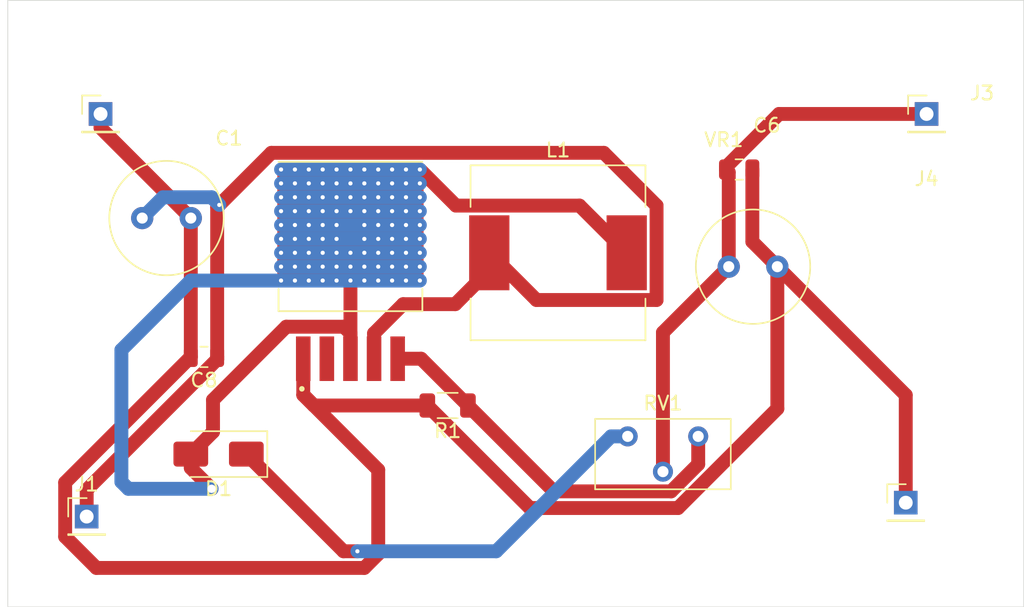
<source format=kicad_pcb>
(kicad_pcb (version 20240108) (generator "pcbnew") (generator_version "8.0")
  (layers (0 "F.Cu" signal) (31 "B.Cu" signal) (34 "B.Paste" user) (35 "F.Paste" user) (36 "B.SilkS" user "B.Silkscreen") (37 "F.SilkS" user "F.Silkscreen") (38 "B.Mask" user) (39 "F.Mask" user) (44 "Edge.Cuts" user))
  (net 0 "")
  (net 1 "GND")
  (net 2 "Net-(J1-Pin_1)")
  (net 3 "Net-(J3-Pin_1)")
  (net 4 "Net-(D1-A)")
  (net 5 "Net-(D1-K)")
  (net 6 "Net-(VR1-FB)")
  (footprint "Connector_PinHeader_2.54mm:PinHeader_1x01_P2.54mm_Vertical" (layer "F.Cu") (at 195.5 95)
    (property "Reference" "J3" (at 4 -1.5 0) (layer "F.SilkS"))
    (property "Value" "Conn_01x01_Pin")
    (fp_line (start -1.33 -1.33) (end 0 -1.33) (stroke (width 0.12)) (layer "F.SilkS"))
    (fp_line (start -1.33 0) (end -1.33 -1.33) (stroke (width 0.12)) (layer "F.SilkS"))
    (fp_line (start -1.33 1.27) (end -1.33 1.33) (stroke (width 0.12)) (layer "F.SilkS"))
    (fp_line (start -1.33 1.27) (end 1.33 1.27) (stroke (width 0.12)) (layer "F.SilkS"))
    (fp_line (start -1.33 1.33) (end 1.33 1.33) (stroke (width 0.12)) (layer "F.SilkS"))
    (fp_line (start 1.33 1.27) (end 1.33 1.33) (stroke (width 0.12)) (layer "F.SilkS"))
    (pad "1" thru_hole rect (at 0 0) (size 1.7 1.7) (drill 1) (layers "*.Cu" "*.Mask") (net 3 "Net-(J3-Pin_1)"))
  )
  (footprint "Connector_PinHeader_2.54mm:PinHeader_1x01_P2.54mm_Vertical" (layer "F.Cu") (at 135 124)
    (property "Reference" "J1" (at 0 -2.33 0) (layer "F.SilkS"))
    (property "Value" "Conn_01x01_Pin")
    (fp_line (start -1.33 -1.33) (end 0 -1.33) (stroke (width 0.12)) (layer "F.SilkS"))
    (fp_line (start -1.33 0) (end -1.33 -1.33) (stroke (width 0.12)) (layer "F.SilkS"))
    (fp_line (start -1.33 1.27) (end -1.33 1.33) (stroke (width 0.12)) (layer "F.SilkS"))
    (fp_line (start -1.33 1.27) (end 1.33 1.27) (stroke (width 0.12)) (layer "F.SilkS"))
    (fp_line (start -1.33 1.33) (end 1.33 1.33) (stroke (width 0.12)) (layer "F.SilkS"))
    (fp_line (start 1.33 1.27) (end 1.33 1.33) (stroke (width 0.12)) (layer "F.SilkS"))
    (pad "1" thru_hole rect (at 0 0) (size 1.7 1.7) (drill 1) (layers "*.Cu" "*.Mask") (net 2 "Net-(J1-Pin_1)"))
  )
  (footprint "Capacitor_THT:C_Radial_D8.0mm_H7.0mm_P3.50mm" (layer "F.Cu") (at 139 102.5)
    (property "Reference" "C1" (at 6.25 -5.75 0) (layer "F.SilkS"))
    (property "Value" "47uF/50V")
    (fp_circle (center 1.75 0) (end 5.87 0) (stroke (width 0.12)) (fill none) (layer "F.SilkS"))
    (pad "1" thru_hole circle (at 0 0) (size 1.6 1.6) (drill 0.8) (layers "*.Cu" "*.Mask") (net 2 "Net-(J1-Pin_1)"))
    (pad "2" thru_hole circle (at 3.5 0) (size 1.6 1.6) (drill 0.8) (layers "*.Cu" "*.Mask") (net 1 "GND"))
  )
  (footprint "Resistor_SMD:R_1206_3216Metric" (layer "F.Cu") (at 161 116 180)
    (property "Reference" "R1" (at 0 -1.82 360) (layer "F.SilkS"))
    (property "Value" "1K")
    (fp_line (start -0.727064 0.91) (end 0.727064 0.91) (stroke (width 0.12)) (layer "F.SilkS"))
    (fp_line (start -0.727064 -0.91) (end 0.727064 -0.91) (stroke (width 0.12)) (layer "F.SilkS"))
    (pad "1" smd roundrect (at -1.4625 0 180) (size 1.125 1.75) (layers "F.Cu" "F.Paste" "F.Mask") (roundrect_rratio 0.222222) (net 6 "Net-(VR1-FB)"))
    (pad "2" smd roundrect (at 1.4625 0 180) (size 1.125 1.75) (layers "F.Cu" "F.Paste" "F.Mask") (roundrect_rratio 0.222222) (net 1 "GND"))
  )
  (footprint "Capacitor_SMD:C_0805_2012Metric" (layer "F.Cu") (at 182 99)
    (property "Reference" "C6" (at 2 -3.18 360) (layer "F.SilkS"))
    (property "Value" "1uF")
    (fp_line (start -0.261252 -0.735) (end 0.261252 -0.735) (stroke (width 0.12)) (layer "F.SilkS"))
    (fp_line (start -0.261252 0.735) (end 0.261252 0.735) (stroke (width 0.12)) (layer "F.SilkS"))
    (pad "1" smd roundrect (at -0.95 0) (size 1 1.45) (layers "F.Cu" "F.Paste" "F.Mask") (net 3 "Net-(J3-Pin_1)"))
    (pad "2" smd roundrect (at 0.95 0) (size 1 1.45) (layers "F.Cu" "F.Paste" "F.Mask") (net 1 "GND"))
  )
  (footprint "Capacitor_THT:C_Radial_D8.0mm_H7.0mm_P3.50mm" (layer "F.Cu") (at 181.25 106)
    (property "Reference" "C7" (hide yes))
    (property "Value" "220uF/50V")
    (fp_circle (center 1.75 0) (end 5.87 0) (stroke (width 0.12)) (fill none) (layer "F.SilkS"))
    (pad "1" thru_hole circle (at 0 0) (size 1.6 1.6) (drill 0.8) (layers "*.Cu" "*.Mask") (net 3 "Net-(J3-Pin_1)"))
    (pad "2" thru_hole circle (at 3.5 0) (size 1.6 1.6) (drill 0.8) (layers "*.Cu" "*.Mask") (net 1 "GND"))
  )
  (footprint "Capacitor_SMD:C_0805_2012Metric" (layer "F.Cu") (at 143.45 112.5 180)
    (property "Reference" "C8" (at 0 -1.68 360) (layer "F.SilkS"))
    (property "Value" "1uF")
    (fp_line (start -0.261252 0.735) (end 0.261252 0.735) (stroke (width 0.12)) (layer "F.SilkS"))
    (fp_line (start -0.261252 -0.735) (end 0.261252 -0.735) (stroke (width 0.12)) (layer "F.SilkS"))
    (pad "1" smd roundrect (at -0.95 0 180) (size 1 1.45) (layers "F.Cu" "F.Paste" "F.Mask") (net 2 "Net-(J1-Pin_1)"))
    (pad "2" smd roundrect (at 0.95 0 180) (size 1 1.45) (layers "F.Cu" "F.Paste" "F.Mask") (net 1 "GND"))
  )
  (footprint "XL6009:DPAK170P1435X465-6N" (layer "F.Cu") (at 154 106.5 90)
    (property "Reference" "VR1" (at 9.64 26.895 180) (layer "F.SilkS"))
    (property "Value" "XL6009")
    (fp_line (start 8.05 -5.18) (end 8.05 5.18) (stroke (width 0.127)) (layer "F.SilkS"))
    (fp_line (start -1.1 -5.18) (end -2.705 -5.18) (stroke (width 0.127)) (layer "F.SilkS"))
    (fp_line (start -2.705 -5.18) (end -2.705 5.18) (stroke (width 0.127)) (layer "F.SilkS"))
    (fp_line (start -1.1 5.18) (end -2.705 5.18) (stroke (width 0.127)) (layer "F.SilkS"))
    (fp_circle (center -8.3 -3.5) (end -8.2 -3.5) (stroke (width 0.2)) (fill none) (layer "F.SilkS"))
    (pad "1" smd rect (at -6.13 -3.4 90) (size 3.21 1.05) (layers "F.Cu" "F.Paste" "F.Mask") (net 1 "GND"))
    (pad "2" smd rect (at -6.13 -1.7 90) (size 3.21 1.05) (layers "F.Cu" "F.Paste" "F.Mask"))
    (pad "3" smd rect (at -6.13 0 90) (size 3.21 1.05) (layers "F.Cu" "F.Paste" "F.Mask") (net 4 "Net-(D1-A)"))
    (pad "4" smd rect (at -6.13 1.7 90) (size 3.21 1.05) (layers "F.Cu" "F.Paste" "F.Mask") (net 2 "Net-(J1-Pin_1)"))
    (pad "5" smd rect (at -6.13 3.4 90) (size 3.21 1.05) (layers "F.Cu" "F.Paste" "F.Mask") (net 6 "Net-(VR1-FB)"))
    (pad "6" smd rect (at 3.5 0 90) (size 8.46 10.53) (layers "F.Cu" "F.Mask") (net 4 "Net-(D1-A)"))
  )
  (footprint "Potentiometer_THT:Potentiometer_Bourns_3296Y_Vertical" (layer "F.Cu") (at 179.05 118.225)
    (property "Reference" "RV1" (at -2.54 -2.39 0) (layer "F.SilkS"))
    (property "Value" "50K")
    (fp_line (start -7.425 -1.26) (end -7.425 3.81) (stroke (width 0.12)) (layer "F.SilkS"))
    (fp_line (start -7.425 -1.26) (end 2.345 -1.26) (stroke (width 0.12)) (layer "F.SilkS"))
    (fp_line (start -7.425 3.81) (end 2.345 3.81) (stroke (width 0.12)) (layer "F.SilkS"))
    (fp_line (start 2.345 -1.26) (end 2.345 3.81) (stroke (width 0.12)) (layer "F.SilkS"))
    (pad "1" thru_hole circle (at 0 0) (size 1.44 1.44) (drill 0.8) (layers "*.Cu" "*.Mask") (net 6 "Net-(VR1-FB)"))
    (pad "2" thru_hole circle (at -2.54 2.54) (size 1.44 1.44) (drill 0.8) (layers "*.Cu" "*.Mask") (net 3 "Net-(J3-Pin_1)"))
    (pad "3" thru_hole circle (at -5.08 0) (size 1.44 1.44) (drill 0.8) (layers "*.Cu" "*.Mask") (net 5 "Net-(D1-K)"))
  )
  (footprint "Connector_PinHeader_2.54mm:PinHeader_1x01_P2.54mm_Vertical" (layer "F.Cu") (at 194 123)
    (property "Reference" "J4" (at 1.5 -23.33 0) (layer "F.SilkS"))
    (property "Value" "Conn_01x01_Pin")
    (fp_line (start -1.33 -1.33) (end 0 -1.33) (stroke (width 0.12)) (layer "F.SilkS"))
    (fp_line (start -1.33 0) (end -1.33 -1.33) (stroke (width 0.12)) (layer "F.SilkS"))
    (fp_line (start -1.33 1.27) (end -1.33 1.33) (stroke (width 0.12)) (layer "F.SilkS"))
    (fp_line (start -1.33 1.27) (end 1.33 1.27) (stroke (width 0.12)) (layer "F.SilkS"))
    (fp_line (start -1.33 1.33) (end 1.33 1.33) (stroke (width 0.12)) (layer "F.SilkS"))
    (fp_line (start 1.33 1.27) (end 1.33 1.33) (stroke (width 0.12)) (layer "F.SilkS"))
    (pad "1" thru_hole rect (at 0 0) (size 1.7 1.7) (drill 1) (layers "*.Cu" "*.Mask") (net 1 "GND"))
  )
  (footprint "Inductor_SMD:L_12x12mm_H8mm" (layer "F.Cu") (at 168.95 105)
    (property "Reference" "L1" (at 0 -7.4 0) (layer "F.SilkS"))
    (property "Value" "33uH")
    (fp_line (start -6.3 -6.3) (end 6.3 -6.3) (stroke (width 0.12)) (layer "F.SilkS"))
    (fp_line (start -6.3 -3.3) (end -6.3 -6.3) (stroke (width 0.12)) (layer "F.SilkS"))
    (fp_line (start -6.3 6.3) (end -6.3 3.3) (stroke (width 0.12)) (layer "F.SilkS"))
    (fp_line (start 6.3 -6.3) (end 6.3 -3.3) (stroke (width 0.12)) (layer "F.SilkS"))
    (fp_line (start 6.3 3.3) (end 6.3 6.3) (stroke (width 0.12)) (layer "F.SilkS"))
    (fp_line (start 6.3 6.3) (end -6.3 6.3) (stroke (width 0.12)) (layer "F.SilkS"))
    (pad "1" smd rect (at -4.95 0) (size 2.9 5.4) (layers "F.Cu" "F.Paste" "F.Mask") (net 2 "Net-(J1-Pin_1)"))
    (pad "2" smd rect (at 4.95 0) (size 2.9 5.4) (layers "F.Cu" "F.Paste" "F.Mask") (net 4 "Net-(D1-A)"))
  )
  (footprint "Diode_SMD:D_SMA" (layer "F.Cu") (at 144.5 119.5 180)
    (property "Reference" "D1" (at 0 -2.5 360) (layer "F.SilkS"))
    (property "Value" "SS34")
    (fp_line (start -3.51 1.65) (end 2 1.65) (stroke (width 0.12)) (layer "F.SilkS"))
    (fp_line (start -3.51 -1.65) (end 2 -1.65) (stroke (width 0.12)) (layer "F.SilkS"))
    (fp_line (start -3.51 -1.65) (end -3.51 1.65) (stroke (width 0.12)) (layer "F.SilkS"))
    (pad "1" smd roundrect (at -2 0 180) (size 2.5 1.8) (layers "F.Cu" "F.Paste" "F.Mask") (roundrect_rratio 0.1388888889) (net 5 "Net-(D1-K)"))
    (pad "2" smd roundrect (at 2 0 180) (size 2.5 1.8) (layers "F.Cu" "F.Paste" "F.Mask") (roundrect_rratio 0.1388888889) (net 4 "Net-(D1-A)"))
  )
  (footprint "Connector_PinHeader_2.54mm:PinHeader_1x01_P2.54mm_Vertical" (layer "F.Cu") (at 136 95)
    (property "Reference" "J2" (hide yes))
    (property "Value" "Conn_01x01_Pin")
    (fp_line (start -1.33 -1.33) (end 0 -1.33) (stroke (width 0.12)) (layer "F.SilkS"))
    (fp_line (start -1.33 0) (end -1.33 -1.33) (stroke (width 0.12)) (layer "F.SilkS"))
    (fp_line (start -1.33 1.27) (end -1.33 1.33) (stroke (width 0.12)) (layer "F.SilkS"))
    (fp_line (start -1.33 1.27) (end 1.33 1.27) (stroke (width 0.12)) (layer "F.SilkS"))
    (fp_line (start -1.33 1.33) (end 1.33 1.33) (stroke (width 0.12)) (layer "F.SilkS"))
    (fp_line (start 1.33 1.27) (end 1.33 1.33) (stroke (width 0.12)) (layer "F.SilkS"))
    (pad "1" thru_hole rect (at 0 0) (size 1.7 1.7) (drill 1) (layers "*.Cu" "*.Mask") (net 1 "GND"))
  )
  (gr_rect (start 129.315541 86.815541) (end 202.5 130.5) (stroke (width 0.05)) (fill none) (layer "Edge.Cuts"))
  (segment (start 182.95 104.2) (end 184.75 106) (width 1) (layer "F.Cu") (net 1))
  (segment (start 156 126.697056) (end 156 120.635) (width 1) (layer "F.Cu") (net 1))
  (segment (start 159.5375 116) (end 166.9225 123.385) (width 1) (layer "F.Cu") (net 1))
  (segment (start 154.997056 127.7) (end 156 126.697056) (width 1) (layer "F.Cu") (net 1))
  (segment (start 136 96) (end 142.5 102.5) (width 1) (layer "F.Cu") (net 1))
  (segment (start 150.6 115.235) (end 150.6 112.63) (width 1) (layer "F.Cu") (net 1))
  (segment (start 151.365 116) (end 150.6 115.235) (width 1) (layer "F.Cu") (net 1))
  (segment (start 135.7 127.7) (end 154.997056 127.7) (width 1) (layer "F.Cu") (net 1))
  (segment (start 133.45 121.55) (end 133.45 125.45) (width 1) (layer "F.Cu") (net 1))
  (segment (start 156 120.635) (end 150.6 115.235) (width 1) (layer "F.Cu") (net 1))
  (segment (start 136 95) (end 136 96) (width 1) (layer "F.Cu") (net 1))
  (segment (start 182.95 99) (end 182.95 104.2) (width 1) (layer "F.Cu") (net 1))
  (segment (start 142.5 112.5) (end 133.45 121.55) (width 1) (layer "F.Cu") (net 1))
  (segment (start 166.9225 123.385) (end 177.59524 123.385) (width 1) (layer "F.Cu") (net 1))
  (segment (start 184.75 116.23024) (end 184.75 106) (width 1) (layer "F.Cu") (net 1))
  (segment (start 194 115.25) (end 184.75 106) (width 1) (layer "F.Cu") (net 1))
  (segment (start 177.59524 123.385) (end 184.75 116.23024) (width 1) (layer "F.Cu") (net 1))
  (segment (start 142.5 102.5) (end 142.5 112.5) (width 1) (layer "F.Cu") (net 1))
  (segment (start 133.45 125.45) (end 135.7 127.7) (width 1) (layer "F.Cu") (net 1))
  (segment (start 194 123) (end 194 115.25) (width 1) (layer "F.Cu") (net 1))
  (segment (start 159.5375 116) (end 151.365 116) (width 1) (layer "F.Cu") (net 1))
  (segment (start 176.05 101.6) (end 176.05 108.4) (width 1) (layer "F.Cu") (net 2))
  (segment (start 144.4 112.5) (end 144.4 112.67543) (width 1) (layer "F.Cu") (net 2))
  (segment (start 157.8 108.7) (end 155.7 110.8) (width 1) (layer "F.Cu") (net 2))
  (segment (start 164 106.25) (end 161.55 108.7) (width 1) (layer "F.Cu") (net 2))
  (segment (start 148.305 97.8) (end 172.25 97.8) (width 1) (layer "F.Cu") (net 2))
  (segment (start 144.4 112.67543) (end 135 122.07543) (width 1) (layer "F.Cu") (net 2))
  (segment (start 161.55 108.7) (end 157.8 108.7) (width 1) (layer "F.Cu") (net 2))
  (segment (start 144.5525 101.5525) (end 148.305 97.8) (width 1) (layer "F.Cu") (net 2))
  (segment (start 167.4 108.4) (end 164 105) (width 1) (layer "F.Cu") (net 2))
  (segment (start 144.4 112.5) (end 144.4 101.705) (width 1) (layer "F.Cu") (net 2))
  (segment (start 176.05 108.4) (end 167.4 108.4) (width 1) (layer "F.Cu") (net 2))
  (segment (start 164 105) (end 164 106.25) (width 1) (layer "F.Cu") (net 2))
  (segment (start 172.25 97.8) (end 176.05 101.6) (width 1) (layer "F.Cu") (net 2))
  (segment (start 144.4 101.705) (end 144.5525 101.5525) (width 1) (layer "F.Cu") (net 2))
  (segment (start 155.7 110.8) (end 155.7 112.63) (width 1) (layer "F.Cu") (net 2))
  (segment (start 135 122.07543) (end 135 124) (width 1) (layer "F.Cu") (net 2))
  (via (at 144.5525 101.5525) (size 0.6) (drill 0.3) (layers "F.Cu" "B.Cu") (net 2))
  (segment (start 139 102.5) (end 140.5 101) (width 1) (layer "B.Cu") (net 2))
  (segment (start 140.5 101) (end 144 101) (width 1) (layer "B.Cu") (net 2))
  (segment (start 144 101) (end 144.5525 101.5525) (width 1) (layer "B.Cu") (net 2))
  (segment (start 184.87457 95) (end 181.05 98.82457) (width 1) (layer "F.Cu") (net 3))
  (segment (start 195.5 95) (end 184.87457 95) (width 1) (layer "F.Cu") (net 3))
  (segment (start 181.25 106) (end 176.51 110.74) (width 1) (layer "F.Cu") (net 3))
  (segment (start 176.51 110.74) (end 176.51 120.765) (width 1) (layer "F.Cu") (net 3))
  (segment (start 181.25 106) (end 181.25 99.2) (width 1) (layer "F.Cu") (net 3))
  (segment (start 181.05 98.82457) (end 181.05 99) (width 1) (layer "F.Cu") (net 3))
  (segment (start 181.25 99.2) (end 181.05 99) (width 1) (layer "F.Cu") (net 3))
  (segment (start 144.1 115.6) (end 149.375 110.325) (width 1) (layer "F.Cu") (net 4))
  (segment (start 149.375 110.325) (end 153.525 110.325) (width 1) (layer "F.Cu") (net 4))
  (segment (start 173.9 105) (end 170.5 101.6) (width 1) (layer "F.Cu") (net 4))
  (segment (start 144.1 117.9) (end 144.1 115.6) (width 1) (layer "F.Cu") (net 4))
  (segment (start 142.5 120.5) (end 144 122) (width 1) (layer "F.Cu") (net 4))
  (segment (start 170.5 101.6) (end 161.6 101.6) (width 1) (layer "F.Cu") (net 4))
  (segment (start 154 112.63) (end 154 104) (width 1) (layer "F.Cu") (net 4))
  (segment (start 161.6 101.6) (end 159 99) (width 1) (layer "F.Cu") (net 4))
  (segment (start 142.5 119.5) (end 144.1 117.9) (width 1) (layer "F.Cu") (net 4))
  (segment (start 153.525 110.325) (end 154 110.8) (width 1) (layer "F.Cu") (net 4))
  (segment (start 142.5 119.5) (end 142.5 120.5) (width 1) (layer "F.Cu") (net 4))
  (segment (start 154 110.8) (end 154 112.63) (width 1) (layer "F.Cu") (net 4))
  (via (at 151 99) (size 0.6) (drill 0.3) (layers "F.Cu" "B.Cu") (net 4))
  (via (at 159 102) (size 0.6) (drill 0.3) (layers "F.Cu" "B.Cu") (net 4))
  (via (at 153 99) (size 0.6) (drill 0.3) (layers "F.Cu" "B.Cu") (net 4))
  (via (at 154 99) (size 0.6) (drill 0.3) (layers "F.Cu" "B.Cu") (net 4))
  (via (at 159 99) (size 0.6) (drill 0.3) (layers "F.Cu" "B.Cu") (net 4))
  (via (at 157 107) (size 0.6) (drill 0.3) (layers "F.Cu" "B.Cu") (net 4))
  (via (at 156 107) (size 0.6) (drill 0.3) (layers "F.Cu" "B.Cu") (net 4))
  (via (at 154 100) (size 0.6) (drill 0.3) (layers "F.Cu" "B.Cu") (net 4))
  (via (at 159 104) (size 0.6) (drill 0.3) (layers "F.Cu" "B.Cu") (net 4))
  (via (at 155 101) (size 0.6) (drill 0.3) (layers "F.Cu" "B.Cu") (net 4))
  (via (at 150 101) (size 0.6) (drill 0.3) (layers "F.Cu" "B.Cu") (net 4))
  (via (at 156 104) (size 0.6) (drill 0.3) (layers "F.Cu" "B.Cu") (net 4))
  (via (at 158 104) (size 0.6) (drill 0.3) (layers "F.Cu" "B.Cu") (net 4))
  (via (at 157 105) (size 0.6) (drill 0.3) (layers "F.Cu" "B.Cu") (net 4))
  (via (at 155 102) (size 0.6) (drill 0.3) (layers "F.Cu" "B.Cu") (net 4))
  (via (at 153 106) (size 0.6) (drill 0.3) (layers "F.Cu" "B.Cu") (net 4))
  (via (at 151 101) (size 0.6) (drill 0.3) (layers "F.Cu" "B.Cu") (net 4))
  (via (at 144 122) (size 0.9) (drill 0.6) (layers "F.Cu" "B.Cu") (net 4))
  (via (at 149 107) (size 0.6) (drill 0.3) (layers "F.Cu" "B.Cu") (net 4))
  (via (at 156 101) (size 0.6) (drill 0.3) (layers "F.Cu" "B.Cu") (net 4))
  (via (at 155 107) (size 0.6) (drill 0.3) (layers "F.Cu" "B.Cu") (net 4))
  (via (at 152 106) (size 0.6) (drill 0.3) (layers "F.Cu" "B.Cu") (net 4))
  (via (at 152 103) (size 0.6) (drill 0.3) (layers "F.Cu" "B.Cu") (net 4))
  (via (at 158 99) (size 0.6) (drill 0.3) (layers "F.Cu" "B.Cu") (net 4))
  (via (at 154 105) (size 0.6) (drill 0.3) (layers "F.Cu" "B.Cu") (net 4))
  (via (at 151 103) (size 0.6) (drill 0.3) (layers "F.Cu" "B.Cu") (net 4))
  (via (at 154 102) (size 0.6) (drill 0.3) (layers "F.Cu" "B.Cu") (net 4))
  (via (at 159 105) (size 0.6) (drill 0.3) (layers "F.Cu" "B.Cu") (net 4))
  (via (at 149 100) (size 0.6) (drill 0.3) (layers "F.Cu" "B.Cu") (net 4))
  (via (at 157 100) (size 0.6) (drill 0.3) (layers "F.Cu" "B.Cu") (net 4))
  (via (at 151 100) (size 0.6) (drill 0.3) (layers "F.Cu" "B.Cu") (net 4))
  (via (at 156 99) (size 0.6) (drill 0.3) (layers "F.Cu" "B.Cu") (net 4))
  (via (at 153 100) (size 0.6) (drill 0.3) (layers "F.Cu" "B.Cu") (net 4))
  (via (at 158 107) (size 0.6) (drill 0.3) (layers "F.Cu" "B.Cu") (net 4))
  (via (at 154 101) (size 0.6) (drill 0.3) (layers "F.Cu" "B.Cu") (net 4))
  (via (at 151 107) (size 0.6) (drill 0.3) (layers "F.Cu" "B.Cu") (net 4))
  (via (at 152 107) (size 0.6) (drill 0.3) (layers "F.Cu" "B.Cu") (net 4))
  (via (at 155 104) (size 0.6) (drill 0.3) (layers "F.Cu" "B.Cu") (net 4))
  (via (at 150 99) (size 0.6) (drill 0.3) (layers "F.Cu" "B.Cu") (net 4))
  (via (at 152 100) (size 0.6) (drill 0.3) (layers "F.Cu" "B.Cu") (net 4))
  (via (at 150 104) (size 0.6) (drill 0.3) (layers "F.Cu" "B.Cu") (net 4))
  (via (at 155 99) (size 0.6) (drill 0.3) (layers "F.Cu" "B.Cu") (net 4))
  (via (at 150 102) (size 0.6) (drill 0.3) (layers "F.Cu" "B.Cu") (net 4))
  (via (at 152 99) (size 0.6) (drill 0.3) (layers "F.Cu" "B.Cu") (net 4))
  (via (at 158 102) (size 0.6) (drill 0.3) (layers "F.Cu" "B.Cu") (net 4))
  (via (at 159 107) (size 0.6) (drill 0.3) (layers "F.Cu" "B.Cu") (net 4))
  (via (at 155 100) (size 0.6) (drill 0.3) (layers "F.Cu" "B.Cu") (net 4))
  (via (at 153 105) (size 0.6) (drill 0.3) (layers "F.Cu" "B.Cu") (net 4))
  (via (at 150 106) (size 0.6) (drill 0.3) (layers "F.Cu" "B.Cu") (net 4))
  (via (at 152 105) (size 0.6) (drill 0.3) (layers "F.Cu" "B.Cu") (net 4))
  (via (at 158 103) (size 0.6) (drill 0.3) (layers "F.Cu" "B.Cu") (net 4))
  (via (at 159 103) (size 0.6) (drill 0.3) (layers "F.Cu" "B.Cu") (net 4))
  (via (at 155 103) (size 0.6) (drill 0.3) (layers "F.Cu" "B.Cu") (net 4))
  (via (at 153 107) (size 0.6) (drill 0.3) (layers "F.Cu" "B.Cu") (net 4))
  (via (at 150 107) (size 0.6) (drill 0.3) (layers "F.Cu" "B.Cu") (net 4))
  (via (at 153 102) (size 0.6) (drill 0.3) (layers "F.Cu" "B.Cu") (net 4))
  (via (at 159 106) (size 0.6) (drill 0.3) (layers "F.Cu" "B.Cu") (net 4))
  (via (at 157 101) (size 0.6) (drill 0.3) (layers "F.Cu" "B.Cu") (net 4))
  (via (at 149 99) (size 0.6) (drill 0.3) (layers "F.Cu" "B.Cu") (net 4))
  (via (at 157 104) (size 0.6) (drill 0.3) (layers "F.Cu" "B.Cu") (net 4))
  (via (at 150 105) (size 0.6) (drill 0.3) (layers "F.Cu" "B.Cu") (net 4))
  (via (at 150 100) (size 0.6) (drill 0.3) (layers "F.Cu" "B.Cu") (net 4))
  (via (at 157 106) (size 0.6) (drill 0.3) (layers "F.Cu" "B.Cu") (net 4))
  (via (at 152 102) (size 0.6) (drill 0.3) (layers "F.Cu" "B.Cu") (net 4))
  (via (at 159 100) (size 0.6) (drill 0.3) (layers "F.Cu" "B.Cu") (net 4))
  (via (at 149 105) (size 0.6) (drill 0.3) (layers "F.Cu" "B.Cu") (net 4))
  (via (at 157 99) (size 0.6) (drill 0.3) (layers "F.Cu" "B.Cu") (net 4))
  (via (at 153 104) (size 0.6) (drill 0.3) (layers "F.Cu" "B.Cu") (net 4))
  (via (at 155 105) (size 0.6) (drill 0.3) (layers "F.Cu" "B.Cu") (net 4))
  (via (at 156 102) (size 0.6) (drill 0.3) (layers "F.Cu" "B.Cu") (net 4))
  (via (at 149 101) (size 0.6) (drill 0.3) (layers "F.Cu" "B.Cu") (net 4))
  (via (at 158 106) (size 0.6) (drill 0.3) (layers "F.Cu" "B.Cu") (net 4))
  (via (at 149 102) (size 0.6) (drill 0.3) (layers "F.Cu" "B.Cu") (net 4))
  (via (at 149 106) (size 0.6) (drill 0.3) (layers "F.Cu" "B.Cu") (net 4))
  (via (at 154 106) (size 0.6) (drill 0.3) (layers "F.Cu" "B.Cu") (net 4))
  (via (at 155 106) (size 0.6) (drill 0.3) (layers "F.Cu" "B.Cu") (net 4))
  (via (at 151 105) (size 0.6) (drill 0.3) (layers "F.Cu" "B.Cu") (net 4))
  (via (at 156 100) (size 0.6) (drill 0.3) (layers "F.Cu" "B.Cu") (net 4))
  (via (at 149 104) (size 0.6) (drill 0.3) (layers "F.Cu" "B.Cu") (net 4))
  (via (at 156 103) (size 0.6) (drill 0.3) (layers "F.Cu" "B.Cu") (net 4))
  (via (at 153 101) (size 0.6) (drill 0.3) (layers "F.Cu" "B.Cu") (net 4))
  (via (at 150 103) (size 0.6) (drill 0.3) (layers "F.Cu" "B.Cu") (net 4))
  (via (at 152 104) (size 0.6) (drill 0.3) (layers "F.Cu" "B.Cu") (net 4))
  (via (at 149 103) (size 0.6) (drill 0.3) (layers "F.Cu" "B.Cu") (net 4))
  (via (at 157 103) (size 0.6) (drill 0.3) (layers "F.Cu" "B.Cu") (net 4))
  (via (at 153 103) (size 0.6) (drill 0.3) (layers "F.Cu" "B.Cu") (net 4))
  (via (at 158 101) (size 0.6) (drill 0.3) (layers "F.Cu" "B.Cu") (net 4))
  (via (at 156 105) (size 0.6) (drill 0.3) (layers "F.Cu" "B.Cu") (net 4))
  (via (at 152 101) (size 0.6) (drill 0.3) (layers "F.Cu" "B.Cu") (net 4))
  (via (at 154 107) (size 0.6) (drill 0.3) (layers "F.Cu" "B.Cu") (net 4))
  (via (at 159 101) (size 0.6) (drill 0.3) (layers "F.Cu" "B.Cu") (net 4))
  (via (at 157 102) (size 0.6) (drill 0.3) (layers "F.Cu" "B.Cu") (net 4))
  (via (at 158 100) (size 0.6) (drill 0.3) (layers "F.Cu" "B.Cu") (net 4))
  (via (at 151 106) (size 0.6) (drill 0.3) (layers "F.Cu" "B.Cu") (net 4))
  (via (at 151 104) (size 0.6) (drill 0.3) (layers "F.Cu" "B.Cu") (net 4))
  (via (at 156 106) (size 0.6) (drill 0.3) (layers "F.Cu" "B.Cu") (net 4))
  (via (at 158 105) (size 0.6) (drill 0.3) (layers "F.Cu" "B.Cu") (net 4))
  (via (at 151 102) (size 0.6) (drill 0.3) (layers "F.Cu" "B.Cu") (net 4))
  (segment (start 149 105) (end 159 105) (width 1) (layer "B.Cu") (net 4))
  (segment (start 149 103) (end 159 103) (width 1) (layer "B.Cu") (net 4))
  (segment (start 142.5 107) (end 137.5 112) (width 1) (layer "B.Cu") (net 4))
  (segment (start 149 99) (end 159 99) (width 1) (layer "B.Cu") (net 4))
  (segment (start 138 122) (end 144 122) (width 1) (layer "B.Cu") (net 4))
  (segment (start 137.5 112) (end 137.5 121.5) (width 1) (layer "B.Cu") (net 4))
  (segment (start 149 100) (end 159 100) (width 1) (layer "B.Cu") (net 4))
  (segment (start 137.5 121.5) (end 138 122) (width 1) (layer "B.Cu") (net 4))
  (segment (start 149 107) (end 159 107) (width 1) (layer "B.Cu") (net 4))
  (segment (start 149 104) (end 159 104) (width 1) (layer "B.Cu") (net 4))
  (segment (start 149 107) (end 142.5 107) (width 1) (layer "B.Cu") (net 4))
  (segment (start 149 106) (end 159 106) (width 1) (layer "B.Cu") (net 4))
  (segment (start 149 102) (end 159 102) (width 1) (layer "B.Cu") (net 4))
  (segment (start 149 101) (end 159 101) (width 1) (layer "B.Cu") (net 4))
  (segment (start 153.5 126.5) (end 154.5 126.5) (width 1) (layer "F.Cu") (net 5))
  (segment (start 146.5 119.5) (end 153.5 126.5) (width 1) (layer "F.Cu") (net 5))
  (via (at 154.5 126.5) (size 0.6) (drill 0.3) (layers "F.Cu" "B.Cu") (net 5))
  (segment (start 172.775 118.225) (end 164.5 126.5) (width 1) (layer "B.Cu") (net 5))
  (segment (start 173.97 118.225) (end 172.775 118.225) (width 1) (layer "B.Cu") (net 5))
  (segment (start 164.5 126.5) (end 154.5 126.5) (width 1) (layer "B.Cu") (net 5))
  (segment (start 179.05 118.225) (end 179.05 120.233184) (width 1) (layer "F.Cu") (net 6))
  (segment (start 168.6475 122.185) (end 162.4625 116) (width 1) (layer "F.Cu") (net 6))
  (segment (start 177.098184 122.185) (end 168.6475 122.185) (width 1) (layer "F.Cu") (net 6))
  (segment (start 159.0925 112.63) (end 162.4625 116) (width 1) (layer "F.Cu") (net 6))
  (segment (start 179.05 120.233184) (end 177.098184 122.185) (width 1) (layer "F.Cu") (net 6))
  (segment (start 157.4 112.63) (end 159.0925 112.63) (width 1) (layer "F.Cu") (net 6))
)
</source>
